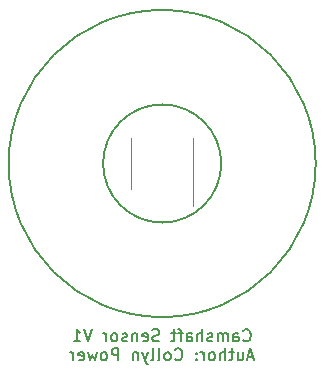
<source format=gbr>
%TF.GenerationSoftware,KiCad,Pcbnew,7.0.6-7.0.6~ubuntu22.04.1*%
%TF.CreationDate,2023-10-10T10:40:32+08:00*%
%TF.ProjectId,CAM,43414d2e-6b69-4636-9164-5f7063625858,rev?*%
%TF.SameCoordinates,Original*%
%TF.FileFunction,Legend,Bot*%
%TF.FilePolarity,Positive*%
%FSLAX46Y46*%
G04 Gerber Fmt 4.6, Leading zero omitted, Abs format (unit mm)*
G04 Created by KiCad (PCBNEW 7.0.6-7.0.6~ubuntu22.04.1) date 2023-10-10 10:40:32*
%MOMM*%
%LPD*%
G01*
G04 APERTURE LIST*
%ADD10C,0.150000*%
%ADD11C,0.120000*%
G04 APERTURE END LIST*
D10*
X155000000Y-60000000D02*
G75*
G03*
X155000000Y-60000000I-5000000J0D01*
G01*
X163000000Y-60000000D02*
G75*
G03*
X163000000Y-60000000I-13000000J0D01*
G01*
X156880953Y-74954580D02*
X156928572Y-75002200D01*
X156928572Y-75002200D02*
X157071429Y-75049819D01*
X157071429Y-75049819D02*
X157166667Y-75049819D01*
X157166667Y-75049819D02*
X157309524Y-75002200D01*
X157309524Y-75002200D02*
X157404762Y-74906961D01*
X157404762Y-74906961D02*
X157452381Y-74811723D01*
X157452381Y-74811723D02*
X157500000Y-74621247D01*
X157500000Y-74621247D02*
X157500000Y-74478390D01*
X157500000Y-74478390D02*
X157452381Y-74287914D01*
X157452381Y-74287914D02*
X157404762Y-74192676D01*
X157404762Y-74192676D02*
X157309524Y-74097438D01*
X157309524Y-74097438D02*
X157166667Y-74049819D01*
X157166667Y-74049819D02*
X157071429Y-74049819D01*
X157071429Y-74049819D02*
X156928572Y-74097438D01*
X156928572Y-74097438D02*
X156880953Y-74145057D01*
X156023810Y-75049819D02*
X156023810Y-74526009D01*
X156023810Y-74526009D02*
X156071429Y-74430771D01*
X156071429Y-74430771D02*
X156166667Y-74383152D01*
X156166667Y-74383152D02*
X156357143Y-74383152D01*
X156357143Y-74383152D02*
X156452381Y-74430771D01*
X156023810Y-75002200D02*
X156119048Y-75049819D01*
X156119048Y-75049819D02*
X156357143Y-75049819D01*
X156357143Y-75049819D02*
X156452381Y-75002200D01*
X156452381Y-75002200D02*
X156500000Y-74906961D01*
X156500000Y-74906961D02*
X156500000Y-74811723D01*
X156500000Y-74811723D02*
X156452381Y-74716485D01*
X156452381Y-74716485D02*
X156357143Y-74668866D01*
X156357143Y-74668866D02*
X156119048Y-74668866D01*
X156119048Y-74668866D02*
X156023810Y-74621247D01*
X155547619Y-75049819D02*
X155547619Y-74383152D01*
X155547619Y-74478390D02*
X155500000Y-74430771D01*
X155500000Y-74430771D02*
X155404762Y-74383152D01*
X155404762Y-74383152D02*
X155261905Y-74383152D01*
X155261905Y-74383152D02*
X155166667Y-74430771D01*
X155166667Y-74430771D02*
X155119048Y-74526009D01*
X155119048Y-74526009D02*
X155119048Y-75049819D01*
X155119048Y-74526009D02*
X155071429Y-74430771D01*
X155071429Y-74430771D02*
X154976191Y-74383152D01*
X154976191Y-74383152D02*
X154833334Y-74383152D01*
X154833334Y-74383152D02*
X154738095Y-74430771D01*
X154738095Y-74430771D02*
X154690476Y-74526009D01*
X154690476Y-74526009D02*
X154690476Y-75049819D01*
X154261905Y-75002200D02*
X154166667Y-75049819D01*
X154166667Y-75049819D02*
X153976191Y-75049819D01*
X153976191Y-75049819D02*
X153880953Y-75002200D01*
X153880953Y-75002200D02*
X153833334Y-74906961D01*
X153833334Y-74906961D02*
X153833334Y-74859342D01*
X153833334Y-74859342D02*
X153880953Y-74764104D01*
X153880953Y-74764104D02*
X153976191Y-74716485D01*
X153976191Y-74716485D02*
X154119048Y-74716485D01*
X154119048Y-74716485D02*
X154214286Y-74668866D01*
X154214286Y-74668866D02*
X154261905Y-74573628D01*
X154261905Y-74573628D02*
X154261905Y-74526009D01*
X154261905Y-74526009D02*
X154214286Y-74430771D01*
X154214286Y-74430771D02*
X154119048Y-74383152D01*
X154119048Y-74383152D02*
X153976191Y-74383152D01*
X153976191Y-74383152D02*
X153880953Y-74430771D01*
X153404762Y-75049819D02*
X153404762Y-74049819D01*
X152976191Y-75049819D02*
X152976191Y-74526009D01*
X152976191Y-74526009D02*
X153023810Y-74430771D01*
X153023810Y-74430771D02*
X153119048Y-74383152D01*
X153119048Y-74383152D02*
X153261905Y-74383152D01*
X153261905Y-74383152D02*
X153357143Y-74430771D01*
X153357143Y-74430771D02*
X153404762Y-74478390D01*
X152071429Y-75049819D02*
X152071429Y-74526009D01*
X152071429Y-74526009D02*
X152119048Y-74430771D01*
X152119048Y-74430771D02*
X152214286Y-74383152D01*
X152214286Y-74383152D02*
X152404762Y-74383152D01*
X152404762Y-74383152D02*
X152500000Y-74430771D01*
X152071429Y-75002200D02*
X152166667Y-75049819D01*
X152166667Y-75049819D02*
X152404762Y-75049819D01*
X152404762Y-75049819D02*
X152500000Y-75002200D01*
X152500000Y-75002200D02*
X152547619Y-74906961D01*
X152547619Y-74906961D02*
X152547619Y-74811723D01*
X152547619Y-74811723D02*
X152500000Y-74716485D01*
X152500000Y-74716485D02*
X152404762Y-74668866D01*
X152404762Y-74668866D02*
X152166667Y-74668866D01*
X152166667Y-74668866D02*
X152071429Y-74621247D01*
X151738095Y-74383152D02*
X151357143Y-74383152D01*
X151595238Y-75049819D02*
X151595238Y-74192676D01*
X151595238Y-74192676D02*
X151547619Y-74097438D01*
X151547619Y-74097438D02*
X151452381Y-74049819D01*
X151452381Y-74049819D02*
X151357143Y-74049819D01*
X151166666Y-74383152D02*
X150785714Y-74383152D01*
X151023809Y-74049819D02*
X151023809Y-74906961D01*
X151023809Y-74906961D02*
X150976190Y-75002200D01*
X150976190Y-75002200D02*
X150880952Y-75049819D01*
X150880952Y-75049819D02*
X150785714Y-75049819D01*
X149738094Y-75002200D02*
X149595237Y-75049819D01*
X149595237Y-75049819D02*
X149357142Y-75049819D01*
X149357142Y-75049819D02*
X149261904Y-75002200D01*
X149261904Y-75002200D02*
X149214285Y-74954580D01*
X149214285Y-74954580D02*
X149166666Y-74859342D01*
X149166666Y-74859342D02*
X149166666Y-74764104D01*
X149166666Y-74764104D02*
X149214285Y-74668866D01*
X149214285Y-74668866D02*
X149261904Y-74621247D01*
X149261904Y-74621247D02*
X149357142Y-74573628D01*
X149357142Y-74573628D02*
X149547618Y-74526009D01*
X149547618Y-74526009D02*
X149642856Y-74478390D01*
X149642856Y-74478390D02*
X149690475Y-74430771D01*
X149690475Y-74430771D02*
X149738094Y-74335533D01*
X149738094Y-74335533D02*
X149738094Y-74240295D01*
X149738094Y-74240295D02*
X149690475Y-74145057D01*
X149690475Y-74145057D02*
X149642856Y-74097438D01*
X149642856Y-74097438D02*
X149547618Y-74049819D01*
X149547618Y-74049819D02*
X149309523Y-74049819D01*
X149309523Y-74049819D02*
X149166666Y-74097438D01*
X148357142Y-75002200D02*
X148452380Y-75049819D01*
X148452380Y-75049819D02*
X148642856Y-75049819D01*
X148642856Y-75049819D02*
X148738094Y-75002200D01*
X148738094Y-75002200D02*
X148785713Y-74906961D01*
X148785713Y-74906961D02*
X148785713Y-74526009D01*
X148785713Y-74526009D02*
X148738094Y-74430771D01*
X148738094Y-74430771D02*
X148642856Y-74383152D01*
X148642856Y-74383152D02*
X148452380Y-74383152D01*
X148452380Y-74383152D02*
X148357142Y-74430771D01*
X148357142Y-74430771D02*
X148309523Y-74526009D01*
X148309523Y-74526009D02*
X148309523Y-74621247D01*
X148309523Y-74621247D02*
X148785713Y-74716485D01*
X147880951Y-74383152D02*
X147880951Y-75049819D01*
X147880951Y-74478390D02*
X147833332Y-74430771D01*
X147833332Y-74430771D02*
X147738094Y-74383152D01*
X147738094Y-74383152D02*
X147595237Y-74383152D01*
X147595237Y-74383152D02*
X147499999Y-74430771D01*
X147499999Y-74430771D02*
X147452380Y-74526009D01*
X147452380Y-74526009D02*
X147452380Y-75049819D01*
X147023808Y-75002200D02*
X146928570Y-75049819D01*
X146928570Y-75049819D02*
X146738094Y-75049819D01*
X146738094Y-75049819D02*
X146642856Y-75002200D01*
X146642856Y-75002200D02*
X146595237Y-74906961D01*
X146595237Y-74906961D02*
X146595237Y-74859342D01*
X146595237Y-74859342D02*
X146642856Y-74764104D01*
X146642856Y-74764104D02*
X146738094Y-74716485D01*
X146738094Y-74716485D02*
X146880951Y-74716485D01*
X146880951Y-74716485D02*
X146976189Y-74668866D01*
X146976189Y-74668866D02*
X147023808Y-74573628D01*
X147023808Y-74573628D02*
X147023808Y-74526009D01*
X147023808Y-74526009D02*
X146976189Y-74430771D01*
X146976189Y-74430771D02*
X146880951Y-74383152D01*
X146880951Y-74383152D02*
X146738094Y-74383152D01*
X146738094Y-74383152D02*
X146642856Y-74430771D01*
X146023808Y-75049819D02*
X146119046Y-75002200D01*
X146119046Y-75002200D02*
X146166665Y-74954580D01*
X146166665Y-74954580D02*
X146214284Y-74859342D01*
X146214284Y-74859342D02*
X146214284Y-74573628D01*
X146214284Y-74573628D02*
X146166665Y-74478390D01*
X146166665Y-74478390D02*
X146119046Y-74430771D01*
X146119046Y-74430771D02*
X146023808Y-74383152D01*
X146023808Y-74383152D02*
X145880951Y-74383152D01*
X145880951Y-74383152D02*
X145785713Y-74430771D01*
X145785713Y-74430771D02*
X145738094Y-74478390D01*
X145738094Y-74478390D02*
X145690475Y-74573628D01*
X145690475Y-74573628D02*
X145690475Y-74859342D01*
X145690475Y-74859342D02*
X145738094Y-74954580D01*
X145738094Y-74954580D02*
X145785713Y-75002200D01*
X145785713Y-75002200D02*
X145880951Y-75049819D01*
X145880951Y-75049819D02*
X146023808Y-75049819D01*
X145261903Y-75049819D02*
X145261903Y-74383152D01*
X145261903Y-74573628D02*
X145214284Y-74478390D01*
X145214284Y-74478390D02*
X145166665Y-74430771D01*
X145166665Y-74430771D02*
X145071427Y-74383152D01*
X145071427Y-74383152D02*
X144976189Y-74383152D01*
X144023807Y-74049819D02*
X143690474Y-75049819D01*
X143690474Y-75049819D02*
X143357141Y-74049819D01*
X142499998Y-75049819D02*
X143071426Y-75049819D01*
X142785712Y-75049819D02*
X142785712Y-74049819D01*
X142785712Y-74049819D02*
X142880950Y-74192676D01*
X142880950Y-74192676D02*
X142976188Y-74287914D01*
X142976188Y-74287914D02*
X143071426Y-74335533D01*
X157714286Y-76374104D02*
X157238096Y-76374104D01*
X157809524Y-76659819D02*
X157476191Y-75659819D01*
X157476191Y-75659819D02*
X157142858Y-76659819D01*
X156380953Y-75993152D02*
X156380953Y-76659819D01*
X156809524Y-75993152D02*
X156809524Y-76516961D01*
X156809524Y-76516961D02*
X156761905Y-76612200D01*
X156761905Y-76612200D02*
X156666667Y-76659819D01*
X156666667Y-76659819D02*
X156523810Y-76659819D01*
X156523810Y-76659819D02*
X156428572Y-76612200D01*
X156428572Y-76612200D02*
X156380953Y-76564580D01*
X156047619Y-75993152D02*
X155666667Y-75993152D01*
X155904762Y-75659819D02*
X155904762Y-76516961D01*
X155904762Y-76516961D02*
X155857143Y-76612200D01*
X155857143Y-76612200D02*
X155761905Y-76659819D01*
X155761905Y-76659819D02*
X155666667Y-76659819D01*
X155333333Y-76659819D02*
X155333333Y-75659819D01*
X154904762Y-76659819D02*
X154904762Y-76136009D01*
X154904762Y-76136009D02*
X154952381Y-76040771D01*
X154952381Y-76040771D02*
X155047619Y-75993152D01*
X155047619Y-75993152D02*
X155190476Y-75993152D01*
X155190476Y-75993152D02*
X155285714Y-76040771D01*
X155285714Y-76040771D02*
X155333333Y-76088390D01*
X154285714Y-76659819D02*
X154380952Y-76612200D01*
X154380952Y-76612200D02*
X154428571Y-76564580D01*
X154428571Y-76564580D02*
X154476190Y-76469342D01*
X154476190Y-76469342D02*
X154476190Y-76183628D01*
X154476190Y-76183628D02*
X154428571Y-76088390D01*
X154428571Y-76088390D02*
X154380952Y-76040771D01*
X154380952Y-76040771D02*
X154285714Y-75993152D01*
X154285714Y-75993152D02*
X154142857Y-75993152D01*
X154142857Y-75993152D02*
X154047619Y-76040771D01*
X154047619Y-76040771D02*
X154000000Y-76088390D01*
X154000000Y-76088390D02*
X153952381Y-76183628D01*
X153952381Y-76183628D02*
X153952381Y-76469342D01*
X153952381Y-76469342D02*
X154000000Y-76564580D01*
X154000000Y-76564580D02*
X154047619Y-76612200D01*
X154047619Y-76612200D02*
X154142857Y-76659819D01*
X154142857Y-76659819D02*
X154285714Y-76659819D01*
X153523809Y-76659819D02*
X153523809Y-75993152D01*
X153523809Y-76183628D02*
X153476190Y-76088390D01*
X153476190Y-76088390D02*
X153428571Y-76040771D01*
X153428571Y-76040771D02*
X153333333Y-75993152D01*
X153333333Y-75993152D02*
X153238095Y-75993152D01*
X152904761Y-76564580D02*
X152857142Y-76612200D01*
X152857142Y-76612200D02*
X152904761Y-76659819D01*
X152904761Y-76659819D02*
X152952380Y-76612200D01*
X152952380Y-76612200D02*
X152904761Y-76564580D01*
X152904761Y-76564580D02*
X152904761Y-76659819D01*
X152904761Y-76040771D02*
X152857142Y-76088390D01*
X152857142Y-76088390D02*
X152904761Y-76136009D01*
X152904761Y-76136009D02*
X152952380Y-76088390D01*
X152952380Y-76088390D02*
X152904761Y-76040771D01*
X152904761Y-76040771D02*
X152904761Y-76136009D01*
X151095238Y-76564580D02*
X151142857Y-76612200D01*
X151142857Y-76612200D02*
X151285714Y-76659819D01*
X151285714Y-76659819D02*
X151380952Y-76659819D01*
X151380952Y-76659819D02*
X151523809Y-76612200D01*
X151523809Y-76612200D02*
X151619047Y-76516961D01*
X151619047Y-76516961D02*
X151666666Y-76421723D01*
X151666666Y-76421723D02*
X151714285Y-76231247D01*
X151714285Y-76231247D02*
X151714285Y-76088390D01*
X151714285Y-76088390D02*
X151666666Y-75897914D01*
X151666666Y-75897914D02*
X151619047Y-75802676D01*
X151619047Y-75802676D02*
X151523809Y-75707438D01*
X151523809Y-75707438D02*
X151380952Y-75659819D01*
X151380952Y-75659819D02*
X151285714Y-75659819D01*
X151285714Y-75659819D02*
X151142857Y-75707438D01*
X151142857Y-75707438D02*
X151095238Y-75755057D01*
X150523809Y-76659819D02*
X150619047Y-76612200D01*
X150619047Y-76612200D02*
X150666666Y-76564580D01*
X150666666Y-76564580D02*
X150714285Y-76469342D01*
X150714285Y-76469342D02*
X150714285Y-76183628D01*
X150714285Y-76183628D02*
X150666666Y-76088390D01*
X150666666Y-76088390D02*
X150619047Y-76040771D01*
X150619047Y-76040771D02*
X150523809Y-75993152D01*
X150523809Y-75993152D02*
X150380952Y-75993152D01*
X150380952Y-75993152D02*
X150285714Y-76040771D01*
X150285714Y-76040771D02*
X150238095Y-76088390D01*
X150238095Y-76088390D02*
X150190476Y-76183628D01*
X150190476Y-76183628D02*
X150190476Y-76469342D01*
X150190476Y-76469342D02*
X150238095Y-76564580D01*
X150238095Y-76564580D02*
X150285714Y-76612200D01*
X150285714Y-76612200D02*
X150380952Y-76659819D01*
X150380952Y-76659819D02*
X150523809Y-76659819D01*
X149619047Y-76659819D02*
X149714285Y-76612200D01*
X149714285Y-76612200D02*
X149761904Y-76516961D01*
X149761904Y-76516961D02*
X149761904Y-75659819D01*
X149095237Y-76659819D02*
X149190475Y-76612200D01*
X149190475Y-76612200D02*
X149238094Y-76516961D01*
X149238094Y-76516961D02*
X149238094Y-75659819D01*
X148809522Y-75993152D02*
X148571427Y-76659819D01*
X148333332Y-75993152D02*
X148571427Y-76659819D01*
X148571427Y-76659819D02*
X148666665Y-76897914D01*
X148666665Y-76897914D02*
X148714284Y-76945533D01*
X148714284Y-76945533D02*
X148809522Y-76993152D01*
X147952379Y-75993152D02*
X147952379Y-76659819D01*
X147952379Y-76088390D02*
X147904760Y-76040771D01*
X147904760Y-76040771D02*
X147809522Y-75993152D01*
X147809522Y-75993152D02*
X147666665Y-75993152D01*
X147666665Y-75993152D02*
X147571427Y-76040771D01*
X147571427Y-76040771D02*
X147523808Y-76136009D01*
X147523808Y-76136009D02*
X147523808Y-76659819D01*
X146285712Y-76659819D02*
X146285712Y-75659819D01*
X146285712Y-75659819D02*
X145904760Y-75659819D01*
X145904760Y-75659819D02*
X145809522Y-75707438D01*
X145809522Y-75707438D02*
X145761903Y-75755057D01*
X145761903Y-75755057D02*
X145714284Y-75850295D01*
X145714284Y-75850295D02*
X145714284Y-75993152D01*
X145714284Y-75993152D02*
X145761903Y-76088390D01*
X145761903Y-76088390D02*
X145809522Y-76136009D01*
X145809522Y-76136009D02*
X145904760Y-76183628D01*
X145904760Y-76183628D02*
X146285712Y-76183628D01*
X145142855Y-76659819D02*
X145238093Y-76612200D01*
X145238093Y-76612200D02*
X145285712Y-76564580D01*
X145285712Y-76564580D02*
X145333331Y-76469342D01*
X145333331Y-76469342D02*
X145333331Y-76183628D01*
X145333331Y-76183628D02*
X145285712Y-76088390D01*
X145285712Y-76088390D02*
X145238093Y-76040771D01*
X145238093Y-76040771D02*
X145142855Y-75993152D01*
X145142855Y-75993152D02*
X144999998Y-75993152D01*
X144999998Y-75993152D02*
X144904760Y-76040771D01*
X144904760Y-76040771D02*
X144857141Y-76088390D01*
X144857141Y-76088390D02*
X144809522Y-76183628D01*
X144809522Y-76183628D02*
X144809522Y-76469342D01*
X144809522Y-76469342D02*
X144857141Y-76564580D01*
X144857141Y-76564580D02*
X144904760Y-76612200D01*
X144904760Y-76612200D02*
X144999998Y-76659819D01*
X144999998Y-76659819D02*
X145142855Y-76659819D01*
X144476188Y-75993152D02*
X144285712Y-76659819D01*
X144285712Y-76659819D02*
X144095236Y-76183628D01*
X144095236Y-76183628D02*
X143904760Y-76659819D01*
X143904760Y-76659819D02*
X143714284Y-75993152D01*
X142952379Y-76612200D02*
X143047617Y-76659819D01*
X143047617Y-76659819D02*
X143238093Y-76659819D01*
X143238093Y-76659819D02*
X143333331Y-76612200D01*
X143333331Y-76612200D02*
X143380950Y-76516961D01*
X143380950Y-76516961D02*
X143380950Y-76136009D01*
X143380950Y-76136009D02*
X143333331Y-76040771D01*
X143333331Y-76040771D02*
X143238093Y-75993152D01*
X143238093Y-75993152D02*
X143047617Y-75993152D01*
X143047617Y-75993152D02*
X142952379Y-76040771D01*
X142952379Y-76040771D02*
X142904760Y-76136009D01*
X142904760Y-76136009D02*
X142904760Y-76231247D01*
X142904760Y-76231247D02*
X143380950Y-76326485D01*
X142476188Y-76659819D02*
X142476188Y-75993152D01*
X142476188Y-76183628D02*
X142428569Y-76088390D01*
X142428569Y-76088390D02*
X142380950Y-76040771D01*
X142380950Y-76040771D02*
X142285712Y-75993152D01*
X142285712Y-75993152D02*
X142190474Y-75993152D01*
D11*
%TO.C,U1*%
X147390000Y-60000000D02*
X147390000Y-62200000D01*
X147390000Y-60000000D02*
X147390000Y-57800000D01*
X152610000Y-60000000D02*
X152610000Y-63600000D01*
X152610000Y-60000000D02*
X152610000Y-57800000D01*
%TD*%
M02*

</source>
